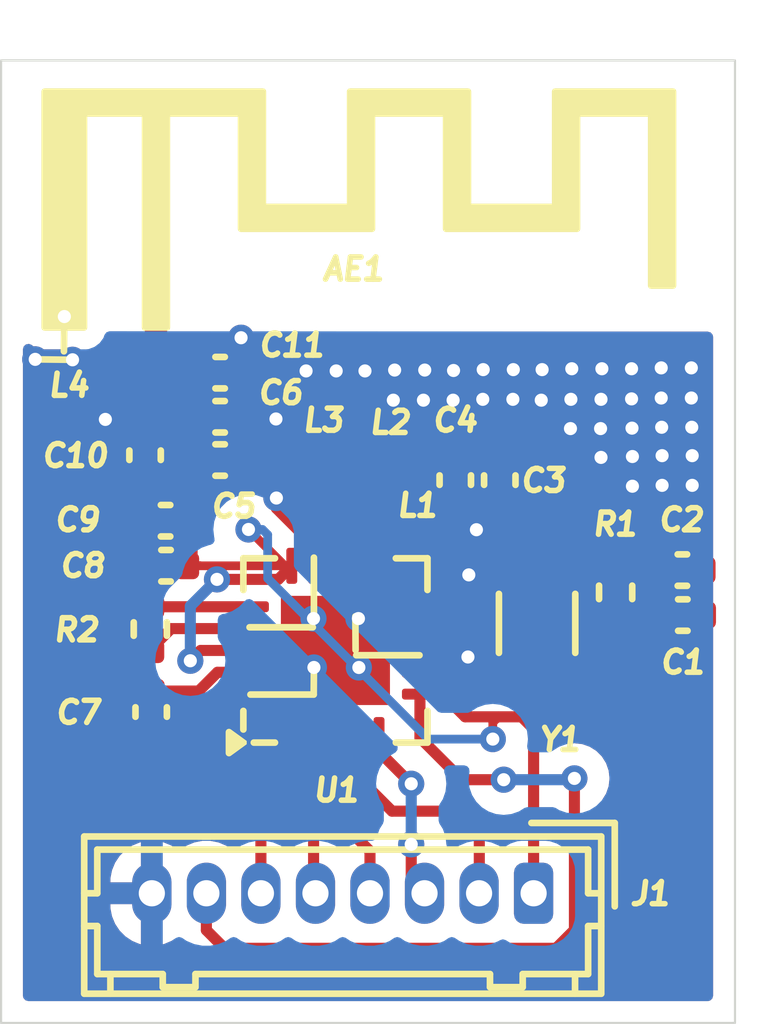
<source format=kicad_pcb>
(kicad_pcb (version 20240108) (generator "pcbnew") (generator_version "8.0")
  (layers (0 "F.Cu" signal) (31 "B.Cu" signal) (34 "B.Paste" user) (35 "F.Paste" user) (36 "B.SilkS" user "B.Silkscreen") (37 "F.SilkS" user "F.Silkscreen") (38 "B.Mask" user) (39 "F.Mask" user) (44 "Edge.Cuts" user))
  (net 0 "")
  (net 1 "Net-(AE1-A)")
  (net 2 "GNDREF")
  (net 3 "Net-(U1-XC2)")
  (net 4 "Net-(U1-XC1)")
  (net 5 "Net-(U1-VDD_PA)")
  (net 6 "Net-(C5-Pad1)")
  (net 7 "Net-(C10-Pad1)")
  (net 8 "Net-(U1-DVDD)")
  (net 9 "VDD")
  (net 10 "Net-(J1-Pin_5)")
  (net 11 "Net-(J1-Pin_6)")
  (net 12 "Net-(J1-Pin_3)")
  (net 13 "Net-(J1-Pin_7)")
  (net 14 "Net-(J1-Pin_2)")
  (net 15 "Net-(J1-Pin_4)")
  (net 16 "Net-(U1-ANT1)")
  (net 17 "Net-(U1-ANT2)")
  (net 18 "Net-(U1-IREF)")
  (footprint "Capacitor_SMD:C_0402_1005Metric" (layer "F.Cu") (at 151.72 87.76 -90)
    (property "Reference" "C10" (at 0.01 1.61 0) (layer "F.SilkS") (effects (font (size 0.508 0.508) (thickness 0.254) (bold yes) (italic yes))))
    (property "Value" "Cx")
    (fp_line (start -0.107836 0.36) (end 0.107836 0.36) (stroke (width 0.1524)) (layer "F.SilkS"))
    (fp_line (start -0.107836 -0.36) (end 0.107836 -0.36) (stroke (width 0.1524)) (layer "F.SilkS"))
    (pad "1" smd roundrect (at -0.48 0 270) (size 0.56 0.62) (layers "F.Cu" "F.Paste" "F.Mask") (net 7 "Net-(C10-Pad1)"))
    (pad "2" smd roundrect (at 0.48 0 270) (size 0.56 0.62) (layers "F.Cu" "F.Paste" "F.Mask") (net 2 "GNDREF"))
  )
  (footprint "Capacitor_SMD:C_0402_1005Metric" (layer "F.Cu") (at 164.045 91.42)
    (property "Reference" "C1" (at -0.005 1.08 0) (layer "F.SilkS") (effects (font (size 0.508 0.508) (thickness 0.254) (bold yes) (italic yes))))
    (property "Value" "22pF")
    (fp_line (start -0.107836 -0.36) (end 0.107836 -0.36) (stroke (width 0.1524)) (layer "F.SilkS"))
    (fp_line (start -0.107836 0.36) (end 0.107836 0.36) (stroke (width 0.1524)) (layer "F.SilkS"))
    (pad "1" smd roundrect (at -0.48 0) (size 0.56 0.62) (layers "F.Cu" "F.Paste" "F.Mask") (net 3 "Net-(U1-XC2)"))
    (pad "2" smd roundrect (at 0.48 0) (size 0.56 0.62) (layers "F.Cu" "F.Paste" "F.Mask") (net 2 "GNDREF"))
  )
  (footprint "Capacitor_SMD:C_0402_1005Metric" (layer "F.Cu") (at 153.44 86.88)
    (property "Reference" "C6" (at 1.38 -0.55 0) (layer "F.SilkS") (effects (font (size 0.508 0.508) (thickness 0.254) (bold yes) (italic yes))))
    (property "Value" "1.0pF")
    (fp_line (start -0.107836 -0.36) (end 0.107836 -0.36) (stroke (width 0.1524)) (layer "F.SilkS"))
    (fp_line (start -0.107836 0.36) (end 0.107836 0.36) (stroke (width 0.1524)) (layer "F.SilkS"))
    (pad "1" smd roundrect (at -0.48 0) (size 0.56 0.62) (layers "F.Cu" "F.Paste" "F.Mask") (net 7 "Net-(C10-Pad1)"))
    (pad "2" smd roundrect (at 0.48 0) (size 0.56 0.62) (layers "F.Cu" "F.Paste" "F.Mask") (net 2 "GNDREF"))
  )
  (footprint "Package_DFN_QFN:QFN-20-1EP_4x4mm_P0.5mm_EP2.5x2.5mm" (layer "F.Cu") (at 156.0825 92.23 90)
    (property "Reference" "U1" (at -3.2 0.0175 180) (layer "F.SilkS") (effects (font (size 0.508 0.508) (thickness 0.254) (bold yes) (italic yes))))
    (property "Value" "NRF24L01")
    (fp_line (start 2.11 -2.11) (end 2.11 -1.385) (stroke (width 0.1524)) (layer "F.SilkS"))
    (fp_line (start 1.385 -2.11) (end 2.11 -2.11) (stroke (width 0.1524)) (layer "F.SilkS"))
    (fp_line (start -1.385 -2.11) (end -1.81 -2.11) (stroke (width 0.1524)) (layer "F.SilkS"))
    (fp_line (start -2.11 -1.385) (end -2.11 -1.87) (stroke (width 0.1524)) (layer "F.SilkS"))
    (fp_line (start 2.11 2.11) (end 2.11 1.385) (stroke (width 0.1524)) (layer "F.SilkS"))
    (fp_line (start 1.385 2.11) (end 2.11 2.11) (stroke (width 0.1524)) (layer "F.SilkS"))
    (fp_line (start -1.385 2.11) (end -2.11 2.11) (stroke (width 0.1524)) (layer "F.SilkS"))
    (fp_line (start -2.11 2.11) (end -2.11 1.385) (stroke (width 0.1524)) (layer "F.SilkS"))
    (fp_poly (pts (xy -2.11 -2.11) (xy -2.35 -2.44) (xy -1.87 -2.44) (xy -2.11 -2.11)) (stroke (width 0.1524)) (fill solid) (layer "F.SilkS"))
    (pad "1" smd roundrect (at -1.9375 -1 90) (size 0.825 0.25) (layers "F.Cu" "F.Paste" "F.Mask") (net 11 "Net-(J1-Pin_6)"))
    (pad "2" smd roundrect (at -1.9375 -0.5 90) (size 0.825 0.25) (layers "F.Cu" "F.Paste" "F.Mask") (net 10 "Net-(J1-Pin_5)"))
    (pad "3" smd roundrect (at -1.9375 0 90) (size 0.825 0.25) (layers "F.Cu" "F.Paste" "F.Mask") (net 15 "Net-(J1-Pin_4)"))
    (pad "4" smd roundrect (at -1.9375 0.5 90) (size 0.825 0.25) (layers "F.Cu" "F.Paste" "F.Mask") (net 14 "Net-(J1-Pin_2)"))
    (pad "5" smd roundrect (at -1.9375 1 90) (size 0.825 0.25) (layers "F.Cu" "F.Paste" "F.Mask") (net 12 "Net-(J1-Pin_3)"))
    (pad "6" smd roundrect (at -1 1.9375 90) (size 0.25 0.825) (layers "F.Cu" "F.Paste" "F.Mask") (net 13 "Net-(J1-Pin_7)"))
    (pad "7" smd roundrect (at -0.5 1.9375 90) (size 0.25 0.825) (layers "F.Cu" "F.Paste" "F.Mask") (net 9 "VDD"))
    (pad "8" smd roundrect (at 0 1.9375 90) (size 0.25 0.825) (layers "F.Cu" "F.Paste" "F.Mask") (net 2 "GNDREF"))
    (pad "9" smd roundrect (at 0.5 1.9375 90) (size 0.25 0.825) (layers "F.Cu" "F.Paste" "F.Mask") (net 3 "Net-(U1-XC2)"))
    (pad "10" smd roundrect (at 1 1.9375 90) (size 0.25 0.825) (layers "F.Cu" "F.Paste" "F.Mask") (net 4 "Net-(U1-XC1)"))
    (pad "11" smd roundrect (at 1.9375 1 90) (size 0.825 0.25) (layers "F.Cu" "F.Paste" "F.Mask") (net 5 "Net-(U1-VDD_PA)"))
    (pad "12" smd roundrect (at 1.9375 0.5 90) (size 0.825 0.25) (layers "F.Cu" "F.Paste" "F.Mask") (net 16 "Net-(U1-ANT1)"))
    (pad "13" smd roundrect (at 1.9375 0 90) (size 0.825 0.25) (layers "F.Cu" "F.Paste" "F.Mask") (net 17 "Net-(U1-ANT2)"))
    (pad "14" smd roundrect (at 1.9375 -0.5 90) (size 0.825 0.25) (layers "F.Cu" "F.Paste" "F.Mask") (net 2 "GNDREF"))
    (pad "15" smd roundrect (at 1.9375 -1 90) (size 0.825 0.25) (layers "F.Cu" "F.Paste" "F.Mask") (net 9 "VDD"))
    (pad "16" smd roundrect (at 1 -1.9375 90) (size 0.25 0.825) (layers "F.Cu" "F.Paste" "F.Mask") (net 18 "Net-(U1-IREF)"))
    (pad "17" smd roundrect (at 0.5 -1.9375 90) (size 0.25 0.825) (layers "F.Cu" "F.Paste" "F.Mask") (net 2 "GNDREF"))
    (pad "18" smd roundrect (at 0 -1.9375 90) (size 0.25 0.825) (layers "F.Cu" "F.Paste" "F.Mask") (net 9 "VDD"))
    (pad "19" smd roundrect (at -0.5 -1.9375 90) (size 0.25 0.825) (layers "F.Cu" "F.Paste" "F.Mask") (net 8 "Net-(U1-DVDD)"))
    (pad "20" smd roundrect (at -1 -1.9375 90) (size 0.25 0.825) (layers "F.Cu" "F.Paste" "F.Mask") (net 2 "GNDREF"))
    (pad "21" smd rect (at 0 0 90) (size 2.5 2.5) (property pad_prop_heatsink) (layers "F.Cu" "F.Mask"))
  )
  (footprint "Capacitor_SMD:C_0402_1005Metric" (layer "F.Cu") (at 152.19 89.26 180)
    (property "Reference" "C9" (at 2.03 0.02 180) (layer "F.SilkS") (effects (font (size 0.508 0.508) (thickness 0.254) (bold yes) (italic yes))))
    (property "Value" "10nF")
    (fp_line (start -0.107836 0.36) (end 0.107836 0.36) (stroke (width 0.1524)) (layer "F.SilkS"))
    (fp_line (start -0.107836 -0.36) (end 0.107836 -0.36) (stroke (width 0.1524)) (layer "F.SilkS"))
    (pad "1" smd roundrect (at -0.48 0 180) (size 0.56 0.62) (layers "F.Cu" "F.Paste" "F.Mask") (net 9 "VDD"))
    (pad "2" smd roundrect (at 0.48 0 180) (size 0.56 0.62) (layers "F.Cu" "F.Paste" "F.Mask") (net 2 "GNDREF"))
  )
  (footprint "Capacitor_SMD:C_0402_1005Metric" (layer "F.Cu") (at 158.83 88.33 -90)
    (property "Reference" "C4" (at -1.37 0.01 180) (layer "F.SilkS") (effects (font (size 0.508 0.508) (thickness 0.254) (bold yes) (italic yes))))
    (property "Value" "4.7pF")
    (fp_line (start -0.107836 0.36) (end 0.107836 0.36) (stroke (width 0.1524)) (layer "F.SilkS"))
    (fp_line (start -0.107836 -0.36) (end 0.107836 -0.36) (stroke (width 0.1524)) (layer "F.SilkS"))
    (pad "1" smd roundrect (at -0.48 0 270) (size 0.56 0.62) (layers "F.Cu" "F.Paste" "F.Mask") (net 5 "Net-(U1-VDD_PA)"))
    (pad "2" smd roundrect (at 0.48 0 270) (size 0.56 0.62) (layers "F.Cu" "F.Paste" "F.Mask") (net 2 "GNDREF"))
  )
  (footprint "Resistor_SMD:R_0402_1005Metric" (layer "F.Cu") (at 151.84 91.74 -90)
    (property "Reference" "R2" (at 0.02 1.7 180) (layer "F.SilkS") (effects (font (size 0.508 0.508) (thickness 0.254) (bold yes) (italic yes))))
    (property "Value" "22K")
    (fp_line (start -0.153641 0.38) (end 0.153641 0.38) (stroke (width 0.1524)) (layer "F.SilkS"))
    (fp_line (start -0.153641 -0.38) (end 0.153641 -0.38) (stroke (width 0.1524)) (layer "F.SilkS"))
    (pad "1" smd roundrect (at -0.51 0 270) (size 0.54 0.64) (layers "F.Cu" "F.Paste" "F.Mask") (net 18 "Net-(U1-IREF)"))
    (pad "2" smd roundrect (at 0.51 0 270) (size 0.54 0.64) (layers "F.Cu" "F.Paste" "F.Mask") (net 2 "GNDREF"))
  )
  (footprint "Inductor_SMD:L_0402_1005Metric" (layer "F.Cu") (at 155.35 87.87 180)
    (property "Reference" "L3" (at -0.45 0.91 0) (layer "F.SilkS") (effects (font (size 0.508 0.508) (thickness 0.254) (bold yes) (italic yes))))
    (property "Value" "3.9nH")
    (pad "1" smd roundrect (at -0.485 0 180) (size 0.59 0.64) (layers "F.Cu" "F.Paste" "F.Mask") (net 17 "Net-(U1-ANT2)"))
    (pad "2" smd roundrect (at 0.485 0 180) (size 0.59 0.64) (layers "F.Cu" "F.Paste" "F.Mask") (net 6 "Net-(C5-Pad1)"))
  )
  (footprint "Capacitor_SMD:C_0402_1005Metric" (layer "F.Cu") (at 153.44 85.87)
    (property "Reference" "C11" (at 1.64 -0.63 0) (layer "F.SilkS") (effects (font (size 0.508 0.508) (thickness 0.254) (bold yes) (italic yes))))
    (property "Value" "Cx")
    (fp_line (start -0.107836 -0.36) (end 0.107836 -0.36) (stroke (width 0.1524)) (layer "F.SilkS"))
    (fp_line (start -0.107836 0.36) (end 0.107836 0.36) (stroke (width 0.1524)) (layer "F.SilkS"))
    (pad "1" smd roundrect (at -0.48 0) (size 0.56 0.62) (layers "F.Cu" "F.Paste" "F.Mask") (net 1 "Net-(AE1-A)"))
    (pad "2" smd roundrect (at 0.48 0) (size 0.56 0.62) (layers "F.Cu" "F.Paste" "F.Mask") (net 2 "GNDREF"))
  )
  (footprint "Resistor_SMD:R_0402_1005Metric" (layer "F.Cu") (at 162.505 90.9 90)
    (property "Reference" "R1" (at 1.56 -0.015 180) (layer "F.SilkS") (effects (font (size 0.508 0.508) (thickness 0.254) (bold yes) (italic yes))))
    (property "Value" "1M")
    (fp_line (start -0.153641 -0.38) (end 0.153641 -0.38) (stroke (width 0.1524)) (layer "F.SilkS"))
    (fp_line (start -0.153641 0.38) (end 0.153641 0.38) (stroke (width 0.1524)) (layer "F.SilkS"))
    (pad "1" smd roundrect (at -0.51 0 90) (size 0.54 0.64) (layers "F.Cu" "F.Paste" "F.Mask") (net 3 "Net-(U1-XC2)"))
    (pad "2" smd roundrect (at 0.51 0 90) (size 0.54 0.64) (layers "F.Cu" "F.Paste" "F.Mask") (net 4 "Net-(U1-XC1)"))
  )
  (footprint "RF_Antenna:Texas_SWRA117D_2.4GHz_Right" (layer "F.Cu") (at 151.97 84.585)
    (property "Reference" "AE1" (at 4.53 -1.085 0) (layer "F.SilkS") (effects (font (size 0.508 0.508) (thickness 0.254) (bold yes) (italic yes))))
    (property "Value" "50ohm")
    (fp_poly (pts (xy 2.45 -2.51) (xy 4.45 -2.51) (xy 4.45 -5.15) (xy 7.15 -5.15) (xy 7.15 -2.51) (xy 9.15 -2.51) (xy 9.15 -5.15) (xy 11.85 -5.15) (xy 11.85 -0.71) (xy 11.35 -0.71) (xy 11.35 -4.65) (xy 9.65 -4.65) (xy 9.65 -2.01) (xy 6.65 -2.01) (xy 6.65 -4.65) (xy 4.95 -4.65) (xy 4.95 -2.01) (xy 1.95 -2.01) (xy 1.95 -4.65) (xy 0.25 -4.65) (xy 0.25 0.25) (xy -0.25 0.25) (xy -0.25 -4.65) (xy -1.65 -4.65) (xy -1.65 0.25) (xy -2.55 0.25) (xy -2.55 0.006785) (xy -2.247583 0.006785) (xy -2.237742 0.054395) (xy -2.213674 0.096797) (xy -2.175731 0.129581) (xy -2.167819 0.133935) (xy -2.125156 0.146043) (xy -2.076637 0.1453) (xy -2.031122 0.1324) (xy -2.012511 0.121787) (xy -1.978868 0.086553) (xy -1.958309 0.041368) (xy -1.951778 -0.008158) (xy -1.960218 -0.056417) (xy -1.977112 -0.088643) (xy -2.012372 -0.121313) (xy -2.057682 -0.141408) (xy -2.107267 -0.147982) (xy -2.155353 -0.140092) (xy -2.188245 -0.123186) (xy -2.223185 -0.086416) (xy -2.242847 -0.041622) (xy -2.247583 0.006785) (xy -2.55 0.006785) (xy -2.55 -5.15) (xy 2.45 -5.15) (xy 2.45 -2.51)) (stroke (width 0.1524)) (fill solid) (layer "F.SilkS"))
    (pad "1" connect rect (at 0 0) (size 0.5 0.5) (layers "F.Cu") (net 1 "Net-(AE1-A)"))
    (pad "2" thru_hole rect (at -2.1 0) (size 0.9 0.5) (drill 0.3) (layers "*.Cu"))
  )
  (footprint "Capacitor_SMD:C_0402_1005Metric" (layer "F.Cu") (at 152.2 90.29 180)
    (property "Reference" "C8" (at 1.92 0 0) (layer "F.SilkS") (effects (font (size 0.508 0.508) (thickness 0.254) (bold yes) (italic yes))))
    (property "Value" "1nF")
    (fp_line (start -0.107836 0.36) (end 0.107836 0.36) (stroke (width 0.1524)) (layer "F.SilkS"))
    (fp_line (start -0.107836 -0.36) (end 0.107836 -0.36) (stroke (width 0.1524)) (layer "F.SilkS"))
    (pad "1" smd roundrect (at -0.48 0 180) (size 0.56 0.62) (layers "F.Cu" "F.Paste" "F.Mask") (net 9 "VDD"))
    (pad "2" smd roundrect (at 0.48 0 180) (size 0.56 0.62) (layers "F.Cu" "F.Paste" "F.Mask") (net 2 "GNDREF"))
  )
  (footprint "Inductor_SMD:L_0402_1005Metric" (layer "F.Cu") (at 151.485 85.88)
    (property "Reference" "L4" (at -1.515 0.28 0) (layer "F.SilkS") (effects (font (size 0.508 0.508) (thickness 0.254) (bold yes) (italic yes))))
    (property "Value" "Lx")
    (pad "1" smd roundrect (at -0.485 0) (size 0.59 0.64) (layers "F.Cu" "F.Paste" "F.Mask") (net 7 "Net-(C10-Pad1)"))
    (pad "2" smd roundrect (at 0.485 0) (size 0.59 0.64) (layers "F.Cu" "F.Paste" "F.Mask") (net 1 "Net-(AE1-A)"))
  )
  (footprint "Capacitor_SMD:C_0402_1005Metric" (layer "F.Cu") (at 164.035 90.39)
    (property "Reference" "C2" (at -0.035 -1.15 0) (layer "F.SilkS") (effects (font (size 0.508 0.508) (thickness 0.254) (bold yes) (italic yes))))
    (property "Value" "22pF")
    (fp_line (start -0.107836 -0.36) (end 0.107836 -0.36) (stroke (width 0.1524)) (layer "F.SilkS"))
    (fp_line (start -0.107836 0.36) (end 0.107836 0.36) (stroke (width 0.1524)) (layer "F.SilkS"))
    (pad "1" smd roundrect (at -0.48 0) (size 0.56 0.62) (layers "F.Cu" "F.Paste" "F.Mask") (net 4 "Net-(U1-XC1)"))
    (pad "2" smd roundrect (at 0.48 0) (size 0.56 0.62) (layers "F.Cu" "F.Paste" "F.Mask") (net 2 "GNDREF"))
  )
  (footprint "Connector_Hirose:Hirose_DF13-08P-1.25DSA_1x08_P1.25mm_Vertical" (layer "F.Cu") (at 160.625 97.79 180)
    (property "Reference" "J1" (at -2.675 -0.01 0) (layer "F.SilkS") (effects (font (size 0.508 0.508) (thickness 0.254) (bold yes) (italic yes))))
    (property "Value" "Conn_01x08_Pin")
    (fp_line (start 10.3 1.3) (end 10.3 -2.3) (stroke (width 0.1524)) (layer "F.SilkS"))
    (fp_line (start 10.3 -0.75) (end 10 -0.75) (stroke (width 0.1524)) (layer "F.SilkS"))
    (fp_line (start 10.3 -2.3) (end -1.55 -2.3) (stroke (width 0.1524)) (layer "F.SilkS"))
    (fp_line (start 10 1) (end 10 0) (stroke (width 0.1524)) (layer "F.SilkS"))
    (fp_line (start 10 0) (end 10.3 0) (stroke (width 0.1524)) (layer "F.SilkS"))
    (fp_line (start 10 -0.75) (end 10 -1.85) (stroke (width 0.1524)) (layer "F.SilkS"))
    (fp_line (start 10 -1.85) (end 9.7 -1.85) (stroke (width 0.1524)) (layer "F.SilkS"))
    (fp_line (start 9.7 -1.85) (end 9.7 -2.3) (stroke (width 0.1524)) (layer "F.SilkS"))
    (fp_line (start 8.5 -1.85) (end 9.7 -1.85) (stroke (width 0.1524)) (layer "F.SilkS"))
    (fp_line (start 8.5 -2.15) (end 8.5 -1.85) (stroke (width 0.1524)) (layer "F.SilkS"))
    (fp_line (start 7.75 -1.85) (end 7.75 -2.15) (stroke (width 0.1524)) (layer "F.SilkS"))
    (fp_line (start 7.75 -2.15) (end 8.5 -2.15) (stroke (width 0.1524)) (layer "F.SilkS"))
    (fp_line (start 1 -1.85) (end 7.75 -1.85) (stroke (width 0.1524)) (layer "F.SilkS"))
    (fp_line (start 1 -2.15) (end 1 -1.85) (stroke (width 0.1524)) (layer "F.SilkS"))
    (fp_line (start 0.25 -1.85) (end 0.25 -2.15) (stroke (width 0.1524)) (layer "F.SilkS"))
    (fp_line (start 0.25 -2.15) (end 1 -2.15) (stroke (width 0.1524)) (layer "F.SilkS"))
    (fp_line (start -0.95 -1.85) (end 0.25 -1.85) (stroke (width 0.1524)) (layer "F.SilkS"))
    (fp_line (start -0.95 -1.85) (end -0.95 -2.3) (stroke (width 0.1524)) (layer "F.SilkS"))
    (fp_line (start -1.25 1) (end 10 1) (stroke (width 0.1524)) (layer "F.SilkS"))
    (fp_line (start -1.25 0) (end -1.25 1) (stroke (width 0.1524)) (layer "F.SilkS"))
    (fp_line (start -1.25 -0.75) (end -1.25 -1.85) (stroke (width 0.1524)) (layer "F.SilkS"))
    (fp_line (start -1.25 -1.85) (end -0.95 -1.85) (stroke (width 0.1524)) (layer "F.SilkS"))
    (fp_line (start -1.55 1.3) (end 10.3 1.3) (stroke (width 0.1524)) (layer "F.SilkS"))
    (fp_line (start -1.55 0) (end -1.25 0) (stroke (width 0.1524)) (layer "F.SilkS"))
    (fp_line (start -1.55 -0.75) (end -1.25 -0.75) (stroke (width 0.1524)) (layer "F.SilkS"))
    (fp_line (start -1.55 -2.3) (end -1.55 1.3) (stroke (width 0.1524)) (layer "F.SilkS"))
    (fp_line (start -1.86 1.61) (end 0.05 1.61) (stroke (width 0.1524)) (layer "F.SilkS"))
    (fp_line (start -1.86 -0.3) (end -1.86 1.61) (stroke (width 0.1524)) (layer "F.SilkS"))
    (pad "1" thru_hole roundrect (at 0 0 180) (size 0.9 1.4) (drill 0.6) (layers "*.Cu" "*.Mask") (net 9 "VDD"))
    (pad "2" thru_hole oval (at 1.25 0 180) (size 0.9 1.4) (drill 0.6) (layers "*.Cu" "*.Mask") (net 14 "Net-(J1-Pin_2)"))
    (pad "3" thru_hole oval (at 2.5 0 180) (size 0.9 1.4) (drill 0.6) (layers "*.Cu" "*.Mask") (net 12 "Net-(J1-Pin_3)"))
    (pad "4" thru_hole oval (at 3.75 0 180) (size 0.9 1.4) (drill 0.6) (layers "*.Cu" "*.Mask") (net 15 "Net-(J1-Pin_4)"))
    (pad "5" thru_hole oval (at 5 0 180) (size 0.9 1.4) (drill 0.6) (layers "*.Cu" "*.Mask") (net 10 "Net-(J1-Pin_5)"))
    (pad "6" thru_hole oval (at 6.25 0 180) (size 0.9 1.4) (drill 0.6) (layers "*.Cu" "*.Mask") (net 11 "Net-(J1-Pin_6)"))
    (pad "7" thru_hole oval (at 7.5 0 180) (size 0.9 1.4) (drill 0.6) (layers "*.Cu" "*.Mask") (net 13 "Net-(J1-Pin_7)"))
    (pad "8" thru_hole oval (at 8.75 0 180) (size 0.9 1.4) (drill 0.6) (layers "*.Cu" "*.Mask") (net 2 "GNDREF"))
  )
  (footprint "Capacitor_SMD:C_0402_1005Metric" (layer "F.Cu") (at 153.44 87.87 180)
    (property "Reference" "C5" (at -0.3 -1.06 0) (layer "F.SilkS") (effects (font (size 0.508 0.508) (thickness 0.254) (bold yes) (italic yes))))
    (property "Value" "1.5pF")
    (fp_line (start -0.107836 0.36) (end 0.107836 0.36) (stroke (width 0.1524)) (layer "F.SilkS"))
    (fp_line (start -0.107836 -0.36) (end 0.107836 -0.36) (stroke (width 0.1524)) (layer "F.SilkS"))
    (pad "1" smd roundrect (at -0.48 0 180) (size 0.56 0.62) (layers "F.Cu" "F.Paste" "F.Mask") (net 6 "Net-(C5-Pad1)"))
    (pad "2" smd roundrect (at 0.48 0 180) (size 0.56 0.62) (layers "F.Cu" "F.Paste" "F.Mask") (net 7 "Net-(C10-Pad1)"))
  )
  (footprint "Inductor_SMD:L_0402_1005Metric" (layer "F.Cu") (at 156.33 88.92 180)
    (property "Reference" "L1" (at -1.63 0.01 0) (layer "F.SilkS") (effects (font (size 0.508 0.508) (thickness 0.254) (bold yes) (italic yes))))
    (property "Value" "8.2nH")
    (pad "1" smd roundrect (at -0.485 0 180) (size 0.59 0.64) (layers "F.Cu" "F.Paste" "F.Mask") (net 16 "Net-(U1-ANT1)"))
    (pad "2" smd roundrect (at 0.485 0 180) (size 0.59 0.64) (layers "F.Cu" "F.Paste" "F.Mask") (net 17 "Net-(U1-ANT2)"))
  )
  (footprint "Inductor_SMD:L_0402_1005Metric" (layer "F.Cu") (at 157.31 87.86)
    (property "Reference" "L2" (at 0.02 -0.85 0) (layer "F.SilkS") (effects (font (size 0.508 0.508) (thickness 0.254) (bold yes) (italic yes))))
    (property "Value" "2.7nH")
    (pad "1" smd roundrect (at -0.485 0) (size 0.59 0.64) (layers "F.Cu" "F.Paste" "F.Mask") (net 16 "Net-(U1-ANT1)"))
    (pad "2" smd roundrect (at 0.485 0) (size 0.59 0.64) (layers "F.Cu" "F.Paste" "F.Mask") (net 5 "Net-(U1-VDD_PA)"))
  )
  (footprint "Capacitor_SMD:C_0402_1005Metric" (layer "F.Cu") (at 151.86 93.64 -90)
    (property "Reference" "C7" (at 0.01 1.68 180) (layer "F.SilkS") (effects (font (size 0.508 0.508) (thickness 0.254) (bold yes) (italic yes))))
    (property "Value" "33nF")
    (fp_line (start -0.107836 0.36) (end 0.107836 0.36) (stroke (width 0.1524)) (layer "F.SilkS"))
    (fp_line (start -0.107836 -0.36) (end 0.107836 -0.36) (stroke (width 0.1524)) (layer "F.SilkS"))
    (pad "1" smd roundrect (at -0.48 0 270) (size 0.56 0.62) (layers "F.Cu" "F.Paste" "F.Mask") (net 8 "Net-(U1-DVDD)"))
    (pad "2" smd roundrect (at 0.48 0 270) (size 0.56 0.62) (layers "F.Cu" "F.Paste" "F.Mask") (net 2 "GNDREF"))
  )
  (footprint "Crystal:Crystal_SMD_3215-2Pin_3.2x1.5mm" (layer "F.Cu") (at 160.705 91.61 -90)
    (property "Reference" "Y1" (at 2.66 -0.525 180) (layer "F.SilkS") (effects (font (size 0.508 0.508) (thickness 0.254) (bold yes) (italic yes))))
    (property "Value" "16MHz")
    (fp_line (start -0.675 0.875) (end 0.675 0.875) (stroke (width 0.1524)) (layer "F.SilkS"))
    (fp_line (start -0.675 -0.875) (end 0.675 -0.875) (stroke (width 0.1524)) (layer "F.SilkS"))
    (pad "1" smd rect (at 1.25 0 270) (size 1 1.8) (layers "F.Cu" "F.Paste" "F.Mask") (net 3 "Net-(U1-XC2)"))
    (pad "2" smd rect (at -1.25 0 270) (size 1 1.8) (layers "F.Cu" "F.Paste" "F.Mask") (net 4 "Net-(U1-XC1)"))
  )
  (footprint "Capacitor_SMD:C_0402_1005Metric" (layer "F.Cu") (at 159.85 88.33 -90)
    (property "Reference" "C3" (at 0.01 -0.99 180) (layer "F.SilkS") (effects (font (size 0.508 0.508) (thickness 0.254) (bold yes) (italic yes))))
    (property "Value" "2.2nF")
    (fp_line (start -0.107836 0.36) (end 0.107836 0.36) (stroke (width 0.1524)) (layer "F.SilkS"))
    (fp_line (start -0.107836 -0.36) (end 0.107836 -0.36) (stroke (width 0.1524)) (layer "F.SilkS"))
    (pad "1" smd roundrect (at -0.48 0 270) (size 0.56 0.62) (layers "F.Cu" "F.Paste" "F.Mask") (net 5 "Net-(U1-VDD_PA)"))
    (pad "2" smd roundrect (at 0.48 0 270) (size 0.56 0.62) (layers "F.Cu" "F.Paste" "F.Mask") (net 2 "GNDREF"))
  )
  (gr_line (start 149.86 85.38) (end 149.87 84.525) (stroke (width 0.1524)) (layer "F.SilkS"))
  (gr_line (start 154.115 91.7) (end 155.565 91.7) (stroke (width 0.1524)) (layer "F.SilkS"))
  (gr_line (start 156.56 92.34) (end 158.01 92.34) (stroke (width 0.1524)) (layer "F.SilkS"))
  (gr_line (start 154.135 93.24) (end 155.585 93.24) (stroke (width 0.1524)) (layer "F.SilkS"))
  (gr_line (start 155.585 93.24) (end 155.59 92.62) (stroke (width 0.1524)) (layer "F.SilkS"))
  (gr_line (start 150.0575 85.575) (end 149.2025 85.565) (stroke (width 0.1524)) (layer "F.SilkS"))
  (gr_line (start 155.59 91.555) (end 155.59 90.105) (stroke (width 0.1524)) (layer "F.SilkS"))
  (gr_line (start 156.545 92.22) (end 156.54 91.45) (stroke (width 0.1524)) (layer "F.SilkS"))
  (gr_rect (start 148.42 78.72) (end 165.24 100.76) (stroke (width 0.05)) (fill none) (layer "Edge.Cuts"))
  (segment (start 151.98 85.87) (end 151.97 85.88) (width 0.508) (layer "F.Cu") (net 1))
  (segment (start 151.97 85.88) (end 151.97 84.585) (width 0.508) (layer "F.Cu") (net 1))
  (segment (start 152.96 85.87) (end 151.98 85.87) (width 0.508) (layer "F.Cu") (net 1))
  (segment (start 151.875 94.135) (end 151.86 94.12) (width 0.254) (layer "F.Cu") (net 2))
  (segment (start 158.02 92.23) (end 158.97 92.23) (width 0.254) (layer "F.Cu") (net 2))
  (segment (start 161.365 89.4) (end 164.025 89.4) (width 0.254) (layer "F.Cu") (net 2))
  (segment (start 152.92 94.12) (end 153.3 93.74) (width 0.254) (layer "F.Cu") (net 2))
  (segment (start 151.14 91.78) (end 151.29 91.93) (width 0.254) (layer "F.Cu") (net 2))
  (segment (start 152.317108 91.73) (end 154.145 91.73) (width 0.254) (layer "F.Cu") (net 2))
  (segment (start 158.83 88.98147) (end 159.314265 89.465735) (width 0.254) (layer "F.Cu") (net 2))
  (segment (start 151.03 93.9) (end 151.25 94.12) (width 0.254) (layer "F.Cu") (net 2))
  (segment (start 160.485 88.81) (end 160.63 88.665) (width 0.254) (layer "F.Cu") (net 2))
  (segment (start 160 88.81) (end 159.85 88.81) (width 0.2) (layer "F.Cu") (net 2))
  (segment (start 154.73 88.974932) (end 154.73 88.74) (width 0.254) (layer "F.Cu") (net 2))
  (segment (start 153.97 86.93) (end 153.92 86.88) (width 0.254) (layer "F.Cu") (net 2))
  (segment (start 151.72 89.25) (end 151.71 89.26) (width 0.508) (layer "F.Cu") (net 2))
  (segment (start 158.83 88.81) (end 158.83 88.98147) (width 0.254) (layer "F.Cu") (net 2))
  (segment (start 164.515 90.39) (end 164.515 91.41) (width 0.254) (layer "F.Cu") (net 2))
  (segment (start 160.35 86.93) (end 154.72 86.93) (width 0.254) (layer "F.Cu") (net 2))
  (segment (start 150.81 86.94) (end 150.81 87.99) (width 0.254) (layer "F.Cu") (net 2))
  (segment (start 153.3 93.452052) (end 153.522052 93.23) (width 0.254) (layer "F.Cu") (net 2))
  (segment (start 153.92 85.87) (end 153.92 85.07) (width 0.254) (layer "F.Cu") (net 2))
  (segment (start 159.85 88.81) (end 160.485 88.81) (width 0.254) (layer "F.Cu") (net 2))
  (segment (start 159.14 89.64) (end 159.314265 89.465735) (width 0.254) (layer "F.Cu") (net 2))
  (segment (start 151.72 89.37) (end 151.72 90.39) (width 0.508) (layer "F.Cu") (net 2))
  (segment (start 155.5825 89.827432) (end 154.73 88.974932) (width 0.254) (layer "F.Cu") (net 2))
  (segment (start 151.84 92.207108) (end 152.317108 91.73) (width 0.254) (layer "F.Cu") (net 2))
  (segment (start 151.84 92.25) (end 151.84 92.207108) (width 0.254) (layer "F.Cu") (net 2))
  (segment (start 154.72 86.93) (end 153.97 86.93) (width 0.254) (layer "F.Cu") (net 2))
  (segment (start 151.03 92.51) (end 151.03 93.9) (width 0.254) (layer "F.Cu") (net 2))
  (segment (start 158.97 92.23) (end 159.12 92.38) (width 0.254) (layer "F.Cu") (net 2))
  (segment (start 164.025 89.4) (end 164.515 89.89) (width 0.254) (layer "F.Cu") (net 2))
  (segment (start 153.3 93.74) (end 153.3 93.452052) (width 0.254) (layer "F.Cu") (net 2))
  (segment (start 161.365 89.4) (end 160.63 88.665) (width 0.254) (layer "F.Cu") (net 2))
  (segment (start 151.29 91.93) (end 151.29 92.25) (width 0.254) (layer "F.Cu") (net 2))
  (segment (start 151.84 92.25) (end 151.29 92.25) (width 0.254) (layer "F.Cu") (net 2))
  (segment (start 151.875 97.79) (end 151.875 94.135) (width 0.254) (layer "F.Cu") (net 2))
  (segment (start 151.86 94.12) (end 152.92 94.12) (width 0.254) (layer "F.Cu") (net 2))
  (segment (start 159.14 90.5) (end 159.14 89.64) (width 0.254) (layer "F.Cu") (net 2))
  (segment (start 151.06 88.24) (end 151.72 88.24) (width 0.254) (layer "F.Cu") (net 2))
  (segment (start 164.515 91.41) (end 164.525 91.42) (width 0.254) (layer "F.Cu") (net 2))
  (segment (start 151.72 88.24) (end 151.72 89.25) (width 0.508) (layer "F.Cu") (net 2))
  (segment (start 150.81 87.99) (end 151.06 88.24) (width 0.254) (layer "F.Cu") (net 2))
  (segment (start 164.515 89.89) (end 164.515 90.39) (width 0.254) (layer "F.Cu") (net 2))
  (segment (start 151.29 92.25) (end 151.03 92.51) (width 0.254) (layer "F.Cu") (net 2))
  (segment (start 151.34 90.29) (end 151.14 90.49) (width 0.254) (layer "F.Cu") (net 2))
  (segment (start 160.63 88.665) (end 160.63 87.21) (width 0.254) (layer "F.Cu") (net 2))
  (segment (start 151.14 90.49) (end 151.14 91.78) (width 0.254) (layer "F.Cu") (net 2))
  (segment (start 151.72 90.39) (end 151.73 90.4) (width 0.508) (layer "F.Cu") (net 2))
  (segment (start 155.5825 90.2925) (end 155.5825 89.827432) (width 0.254) (layer "F.Cu") (net 2))
  (segment (start 160.63 87.21) (end 160.35 86.93) (width 0.254) (layer "F.Cu") (net 2))
  (segment (start 151.25 94.12) (end 151.86 94.12) (width 0.254) (layer "F.Cu") (net 2))
  (segment (start 151.72 90.29) (end 151.34 90.29) (width 0.254) (layer "F.Cu") (net 2))
  (segment (start 158.83 88.81) (end 159.85 88.81) (width 0.508) (layer "F.Cu") (net 2))
  (segment (start 153.522052 93.23) (end 154.145 93.23) (width 0.254) (layer "F.Cu") (net 2))
  (segment (start 153.92 85.87) (end 153.92 86.88) (width 0.508) (layer "F.Cu") (net 2))
  (via (at 157.44 85.81) (size 0.6) (drill 0.3) (layers "F.Cu" "B.Cu") (net 2))
  (via (at 161.5 85.78) (size 0.6) (drill 0.3) (layers "F.Cu" "B.Cu") (net 2))
  (via (at 155.59 92.62) (size 0.6) (drill 0.3) (layers "F.Cu" "B.Cu") (net 2))
  (via (at 162.89 88.47) (size 0.6) (drill 0.3) (layers "F.Cu" "B.Cu") (net 2))
  (via (at 164.24 85.76) (size 0.6) (drill 0.3) (layers "F.Cu" "B.Cu") (net 2))
  (via (at 156.61 91.5) (size 0.6) (drill 0.3) (layers "F.Cu" "B.Cu") (net 2))
  (via (at 162.87 85.78) (size 0.6) (drill 0.3) (layers "F.Cu" "B.Cu") (net 2))
  (via (at 163.55 85.76) (size 0.6) (drill 0.3) (layers "F.Cu" "B.Cu") (net 2))
  (via (at 158.78 86.5) (size 0.6) (drill 0.3) (layers "F.Cu" "B.Cu") (net 2))
  (via (at 159.46 86.48) (size 0.6) (drill 0.3) (layers "F.Cu" "B.Cu") (net 2))
  (via (at 162.88 87.14) (size 0.6) (drill 0.3) (layers "F.Cu" "B.Cu") (net 2))
  (via (at 157.41 86.5) (size 0.6) (drill 0.3) (layers "F.Cu" "B.Cu") (net 2))
  (via (at 159.14 90.5) (size 0.6) (drill 0.3) (layers "F.Cu" "B.Cu") (net 2))
  (via (at 163.57 87.77) (size 0.6) (drill 0.3) (layers "F.Cu" "B.Cu") (net 2))
  (via (at 156.62 92.62) (size 0.6) (drill 0.3) (layers "F.Cu" "B.Cu") (net 2))
  (via (at 164.26 87.77) (size 0.6) (drill 0.3) (layers "F.Cu" "B.Cu") (net 2))
  (via (at 155.41 85.83) (size 0.6) (drill 0.3) (layers "F.Cu" "B.Cu") (net 2))
  (via (at 153.92 85.07) (size 0.6) (drill 0.3) (layers "F.Cu" "B.Cu") (net 2))
  (via (at 156.1 85.83) (size 0.6) (drill 0.3) (layers "F.Cu" "B.Cu") (net 2))
  (via (at 162.17 87.81) (size 0.6) (drill 0.3) (layers "F.Cu" "B.Cu") (net 2))
  (via (at 163.55 86.45) (size 0.6) (drill 0.3) (layers "F.Cu" "B.Cu") (net 2))
  (via (at 160.16 85.8) (size 0.6) (drill 0.3) (layers "F.Cu" "B.Cu") (net 2))
  (via (at 164.24 86.45) (size 0.6) (drill 0.3) (layers "F.Cu" "B.Cu") (net 2))
  (via (at 160.8 86.5) (size 0.6) (drill 0.3) (layers "F.Cu" "B.Cu") (net 2))
  (via (at 158.1 86.5) (size 0.6) (drill 0.3) (layers "F.Cu" "B.Cu") (net 2))
  (via (at 162.17 86.48) (size 0.6) (drill 0.3) (layers "F.Cu" "B.Cu") (net 2))
  (via (at 161.47 87.15) (size 0.6) (drill 0.3) (layers "F.Cu" "B.Cu") (net 2))
  (via (at 164.26 88.45) (size 0.6) (drill 0.3) (layers "F.Cu" "B.Cu") (net 2))
  (via (at 150.81 86.94) (size 0.6) (drill 0.3) (layers "F.Cu" "B.Cu") (net 2))
  (via (at 159.12 92.38) (size 0.6) (drill 0.3) (layers "F.Cu" "B.Cu") (net 2))
  (via (at 150.0575 85.575) (size 0.6) (drill 0.3) (layers "F.Cu" "B.Cu") (net 2))
  (via (at 154.72 86.93) (size 0.6) (drill 0.3) (layers "F.Cu" "B.Cu") (net 2))
  (via (at 162.87 86.47) (size 0.6) (drill 0.3) (layers "F.Cu" "B.Cu") (net 2))
  (via (at 162.16 87.15) (size 0.6) (drill 0.3) (layers "F.Cu" "B.Cu") (net 2))
  (via (at 162.89 87.79) (size 0.6) (drill 0.3) (layers "F.Cu" "B.Cu") (net 2))
  (via (at 154.73 88.74) (size 0.6) (drill 0.3) (layers "F.Cu" "B.Cu") (net 2))
  (via (at 163.57 88.45) (size 0.6) (drill 0.3) (layers "F.Cu" "B.Cu") (net 2))
  (via (at 162.19 85.78) (size 0.6) (drill 0.3) (layers "F.Cu" "B.Cu") (net 2))
  (via (at 158.79 85.82) (size 0.6) (drill 0.3) (layers "F.Cu" "B.Cu") (net 2))
  (via (at 160.82 85.8) (size 0.6) (drill 0.3) (layers "F.Cu" "B.Cu") (net 2))
  (via (at 149.2025 85.565) (size 0.6) (drill 0.3) (layers "F.Cu" "B.Cu") (net 2))
  (via (at 160.15 86.48) (size 0.6) (drill 0.3) (layers "F.Cu" "B.Cu") (net 2))
  (via (at 158.13 85.81) (size 0.6) (drill 0.3) (layers "F.Cu" "B.Cu") (net 2))
  (via (at 155.58 91.5) (size 0.6) (drill 0.3) (layers "F.Cu" "B.Cu") (net 2))
  (via (at 161.48 86.48) (size 0.6) (drill 0.3) (layers "F.Cu" "B.Cu") (net 2))
  (via (at 159.314265 89.465735) (size 0.6) (drill 0.3) (layers "F.Cu" "B.Cu") (net 2))
  (via (at 156.76 85.83) (size 0.6) (drill 0.3) (layers "F.Cu" "B.Cu") (net 2))
  (via (at 159.47 85.8) (size 0.6) (drill 0.3) (layers "F.Cu" "B.Cu") (net 2))
  (via (at 164.25 87.12) (size 0.6) (drill 0.3) (layers "F.Cu" "B.Cu") (net 2))
  (via (at 163.56 87.12) (size 0.6) (drill 0.3) (layers "F.Cu" "B.Cu") (net 2))
  (segment (start 152.05 86.94) (end 150.81 86.94) (width 0.254) (layer "B.Cu") (net 2))
  (segment (start 159.12 92.38) (end 159.12 90.52) (width 0.254) (layer "B.Cu") (net 2))
  (segment (start 154.73 86.94) (end 154.72 86.93) (width 0.254) (layer "B.Cu") (net 2))
  (segment (start 159.12 90.52) (end 159.14 90.5) (width 0.254) (layer "B.Cu") (net 2))
  (segment (start 154.73 88.74) (end 154.73 86.94) (width 0.254) (layer "B.Cu") (net 2))
  (segment (start 153.92 85.07) (end 152.05 86.94) (width 0.254) (layer "B.Cu") (net 2))
  (segment (start 162.515 91.42) (end 162.505 91.41) (width 0.254) (layer "F.Cu") (net 3))
  (segment (start 158.02 91.73) (end 160.145 91.73) (width 0.254) (layer "F.Cu") (net 3))
  (segment (start 160.705 92.29) (end 160.705 92.86) (width 0.254) (layer "F.Cu") (net 3))
  (segment (start 163.565 91.42) (end 162.515 91.42) (width 0.254) (layer "F.Cu") (net 3))
  (segment (start 160.145 91.73) (end 160.705 92.29) (width 0.254) (layer "F.Cu") (net 3))
  (segment (start 162.505 92.28) (end 161.925 92.86) (width 0.254) (layer "F.Cu") (net 3))
  (segment (start 162.505 91.41) (end 162.505 92.28) (width 0.254) (layer "F.Cu") (net 3))
  (segment (start 161.925 92.86) (end 160.705 92.86) (width 0.254) (layer "F.Cu") (net 3))
  (segment (start 160.175 91.23) (end 160.705 90.7) (width 0.254) (layer "F.Cu") (net 4))
  (segment (start 160.705 90.7) (end 160.705 90.36) (width 0.254) (layer "F.Cu") (net 4))
  (segment (start 158.02 91.23) (end 160.175 91.23) (width 0.254) (layer "F.Cu") (net 4))
  (segment (start 160.735 90.39) (end 160.705 90.36) (width 0.254) (layer "F.Cu") (net 4))
  (segment (start 163.555 90.39) (end 162.505 90.39) (width 0.254) (layer "F.Cu") (net 4))
  (segment (start 162.505 90.39) (end 160.735 90.39) (width 0.254) (layer "F.Cu") (net 4))
  (segment (start 157.54 89.835) (end 157.54 89.37) (width 0.254) (layer "F.Cu") (net 5))
  (segment (start 157.795 87.86) (end 158.82 87.86) (width 0.508) (layer "F.Cu") (net 5))
  (segment (start 159.85 87.85) (end 158.83 87.85) (width 0.508) (layer "F.Cu") (net 5))
  (segment (start 157.0825 90.2925) (end 157.54 89.835) (width 0.254) (layer "F.Cu") (net 5))
  (segment (start 158.82 87.86) (end 158.83 87.85) (width 0.508) (layer "F.Cu") (net 5))
  (segment (start 157.54 89.37) (end 157.795 89.115) (width 0.254) (layer "F.Cu") (net 5))
  (segment (start 157.795 89.115) (end 157.795 87.86) (width 0.254) (layer "F.Cu") (net 5))
  (segment (start 153.92 87.87) (end 154.865 87.87) (width 0.508) (layer "F.Cu") (net 6))
  (segment (start 151.65 86.88) (end 152.96 86.88) (width 0.254) (layer "F.Cu") (net 7))
  (segment (start 151.72 87.28) (end 151.72 86.95) (width 0.254) (layer "F.Cu") (net 7))
  (segment (start 152.96 86.88) (end 152.96 87.87) (width 0.508) (layer "F.Cu") (net 7))
  (segment (start 151 85.88) (end 151 86.23) (width 0.254) (layer "F.Cu") (net 7))
  (segment (start 151 86.23) (end 151.65 86.88) (width 0.254) (layer "F.Cu") (net 7))
  (segment (start 151.72 86.95) (end 151.65 86.88) (width 0.254) (layer "F.Cu") (net 7))
  (segment (start 153.38 92.73) (end 154.145 92.73) (width 0.254) (layer "F.Cu") (net 8))
  (segment (start 152.95 93.16) (end 153.38 92.73) (width 0.254) (layer "F.Cu") (net 8))
  (segment (start 151.86 93.16) (end 152.95 93.16) (width 0.254) (layer "F.Cu") (net 8))
  (segment (start 152.993286 92.23) (end 152.757164 92.466122) (width 0.254) (layer "F.Cu") (net 9))
  (segment (start 158.87 93.564) (end 159.056 93.75) (width 0.254) (layer "F.Cu") (net 9))
  (segment (start 152.67 89.26) (end 152.67 90.28) (width 0.508) (layer "F.Cu") (net 9))
  (segment (start 155.0825 90.2925) (end 154.9225 90.2925) (width 0.2) (layer "F.Cu") (net 9))
  (segment (start 153.368353 90.603) (end 154.772 90.603) (width 0.254) (layer "F.Cu") (net 9))
  (segment (start 159.82 93.75) (end 160.35 93.75) (width 0.254) (layer "F.Cu") (net 9))
  (segment (start 159.056 93.75) (end 159.82 93.75) (width 0.254) (layer "F.Cu") (net 9))
  (segment (start 152.98 90.29) (end 152.9825 90.2925) (width 0.2) (layer "F.Cu") (net 9))
  (segment (start 160.35 93.75) (end 160.625 94.025) (width 0.254) (layer "F.Cu") (net 9))
  (segment (start 158.87 93.114932) (end 158.87 93.564) (width 0.254) (layer "F.Cu") (net 9))
  (segment (start 152.67 90.28) (end 152.68 90.29) (width 0.508) (layer "F.Cu") (net 9))
  (segment (start 154.9225 90.2925) (end 154.09 89.46) (width 0.2) (layer "F.Cu") (net 9))
  (segment (start 159.69 94.26) (end 159.69 93.88) (width 0.2) (layer "F.Cu") (net 9))
  (segment (start 152.9825 90.2925) (end 155.0825 90.2925) (width 0.2) (layer "F.Cu") (net 9))
  (segment (start 152.68 90.29) (end 152.98 90.29) (width 0.2) (layer "F.Cu") (net 9))
  (segment (start 160.625 94.025) (end 160.625 97.79) (width 0.254) (layer "F.Cu") (net 9))
  (segment (start 154.145 92.23) (end 152.993286 92.23) (width 0.254) (layer "F.Cu") (net 9))
  (segment (start 154.772 90.603) (end 155.0825 90.2925) (width 0.254) (layer "F.Cu") (net 9))
  (segment (start 158.02 92.73) (end 158.485068 92.73) (width 0.254) (layer "F.Cu") (net 9))
  (segment (start 158.485068 92.73) (end 158.87 93.114932) (width 0.254) (layer "F.Cu") (net 9))
  (segment (start 159.69 93.88) (end 159.82 93.75) (width 0.2) (layer "F.Cu") (net 9))
  (via (at 154.09 89.46) (size 0.6) (drill 0.3) (layers "F.Cu" "B.Cu") (net 9))
  (via (at 152.757164 92.466122) (size 0.6) (drill 0.3) (layers "F.Cu" "B.Cu") (net 9))
  (via (at 153.368353 90.603) (size 0.6) (drill 0.3) (layers "F.Cu" "B.Cu") (net 9))
  (via (at 159.69 94.26) (size 0.6) (drill 0.3) (layers "F.Cu" "B.Cu") (net 9))
  (segment (start 158.21 94.26) (end 154.53 90.58) (width 0.2) (layer "B.Cu") (net 9))
  (segment (start 154.41 89.46) (end 154.09 89.46) (width 0.2) (layer "B.Cu") (net 9))
  (segment (start 159.69 94.26) (end 158.21 94.26) (width 0.2) (layer "B.Cu") (net 9))
  (segment (start 152.757164 92.466122) (end 152.757164 91.214189) (width 0.254) (layer "B.Cu") (net 9))
  (segment (start 154.53 90.58) (end 154.53 89.58) (width 0.2) (layer "B.Cu") (net 9))
  (segment (start 152.757164 91.214189) (end 153.368353 90.603) (width 0.254) (layer "B.Cu") (net 9))
  (segment (start 154.53 89.58) (end 154.41 89.46) (width 0.2) (layer "B.Cu") (net 9))
  (segment (start 155.5825 97.7475) (end 155.625 97.79) (width 0.254) (layer "F.Cu") (net 10))
  (segment (start 155.5825 94.1675) (end 155.5825 97.7475) (width 0.254) (layer "F.Cu") (net 10))
  (segment (start 155.0825 95.1075) (end 154.375 95.815) (width 0.254) (layer "F.Cu") (net 11))
  (segment (start 155.0825 94.1675) (end 155.0825 95.1075) (width 0.254) (layer "F.Cu") (net 11))
  (segment (start 154.375 95.815) (end 154.375 97.79) (width 0.254) (layer "F.Cu") (net 11))
  (segment (start 157.0825 94.5455) (end 157.82 95.283) (width 0.254) (layer "F.Cu") (net 12))
  (segment (start 157.82 97.485) (end 158.125 97.79) (width 0.254) (layer "F.Cu") (net 12))
  (segment (start 157.82 96.67) (end 157.82 97.485) (width 0.254) (layer "F.Cu") (net 12))
  (segment (start 157.0825 94.1675) (end 157.0825 94.5455) (width 0.254) (layer "F.Cu") (net 12))
  (via (at 157.82 96.67) (size 0.6) (drill 0.3) (layers "F.Cu" "B.Cu") (net 12))
  (via (at 157.82 95.283) (size 0.6) (drill 0.3) (layers "F.Cu" "B.Cu") (net 12))
  (segment (start 157.82 95.283) (end 157.82 96.67) (width 0.254) (layer "B.Cu") (net 12))
  (segment (start 158.02 94.23) (end 158.07 94.28) (width 0.254) (layer "F.Cu") (net 13))
  (segment (start 153.54 99.05) (end 161.14 99.05) (width 0.254) (layer "F.Cu") (net 13))
  (segment (start 158.07 94.28) (end 158.98 95.19) (width 0.254) (layer "F.Cu") (net 13))
  (segment (start 158.02 93.23) (end 158.02 94.23) (width 0.254) (layer "F.Cu") (net 13))
  (segment (start 161.56 98.63) (end 161.56 95.16) (width 0.254) (layer "F.Cu") (net 13))
  (segment (start 153.125 97.79) (end 153.125 98.635) (width 0.254) (layer "F.Cu") (net 13))
  (segment (start 158.98 95.19) (end 159.94 95.19) (width 0.254) (layer "F.Cu") (net 13))
  (segment (start 161.14 99.05) (end 161.56 98.63) (width 0.254) (layer "F.Cu") (net 13))
  (segment (start 153.125 98.635) (end 153.54 99.05) (width 0.254) (layer "F.Cu") (net 13))
  (via (at 161.56 95.16) (size 0.6) (drill 0.3) (layers "F.Cu" "B.Cu") (net 13))
  (via (at 159.94 95.19) (size 0.6) (drill 0.3) (layers "F.Cu" "B.Cu") (net 13))
  (segment (start 161.53 95.19) (end 161.56 95.16) (width 0.254) (layer "B.Cu") (net 13))
  (segment (start 159.94 95.19) (end 161.53 95.19) (width 0.254) (layer "B.Cu") (net 13))
  (segment (start 159.375 97.79) (end 159.375 97.336) (width 0.254) (layer "F.Cu") (net 14))
  (segment (start 156.5825 95.1125) (end 156.5825 94.1675) (width 0.254) (layer "F.Cu") (net 14))
  (segment (start 159.375 97.336) (end 159.38 97.331) (width 0.254) (layer "F.Cu") (net 14))
  (segment (start 159.38 97.331) (end 159.38 96.49) (width 0.254) (layer "F.Cu") (net 14))
  (segment (start 157.38 95.91) (end 156.5825 95.1125) (width 0.254) (layer "F.Cu") (net 14))
  (segment (start 159.38 96.49) (end 158.84 95.95) (width 0.254) (layer "F.Cu") (net 14))
  (segment (start 158.84 95.91) (end 157.38 95.91) (width 0.254) (layer "F.Cu") (net 14))
  (segment (start 158.84 95.95) (end 158.84 95.91) (width 0.254) (layer "F.Cu") (net 14))
  (segment (start 156.0825 96.0325) (end 156.875 96.825) (width 0.254) (layer "F.Cu") (net 15))
  (segment (start 156.0825 94.1675) (end 156.0825 96.0325) (width 0.254) (layer "F.Cu") (net 15))
  (segment (start 156.875 96.825) (end 156.875 97.79) (width 0.254) (layer "F.Cu") (net 15))
  (segment (start 156.815 88.92) (end 156.5825 89.1525) (width 0.254) (layer "F.Cu") (net 16))
  (segment (start 156.5825 89.1525) (end 156.5825 90.2925) (width 0.254) (layer "F.Cu") (net 16))
  (segment (start 156.825 88.91) (end 156.815 88.92) (width 0.508) (layer "F.Cu") (net 16))
  (segment (start 156.825 87.86) (end 156.825 88.91) (width 0.508) (layer "F.Cu") (net 16))
  (segment (start 155.845 88.92) (end 156.0825 89.1575) (width 0.254) (layer "F.Cu") (net 17))
  (segment (start 156.0825 89.1575) (end 156.0825 90.2925) (width 0.254) (layer "F.Cu") (net 17))
  (segment (start 155.835 87.87) (end 155.835 88.91) (width 0.508) (layer "F.Cu") (net 17))
  (segment (start 155.835 88.91) (end 155.845 88.92) (width 0.508) (layer "F.Cu") (net 17))
  (segment (start 151.84 91.23) (end 154.145 91.23) (width 0.254) (layer "F.Cu") (net 18))
  (zone (net 2) (net_name "GNDREF") (layer "F.Cu") (priority 1) (connect_pads (clearance 0.5)) (min_thickness 0.25) (fill yes (thermal_gap 0.5) (thermal_bridge_width 0.5))
    (polygon (pts (xy 148.43 84.93) (xy 165.24 84.93) (xy 165.24 100.75) (xy 148.42 100.75)))
  )
  (zone (net 2) (net_name "GNDREF") (layer "B.Cu") (connect_pads (clearance 0.5)) (min_thickness 0.25) (fill yes (thermal_gap 0.5) (thermal_bridge_width 0.5))
    (polygon (pts (xy 148.42 84.92) (xy 165.23 84.93) (xy 165.23 100.75) (xy 148.43 100.75) (xy 148.43 84.92)))
  )
)
</source>
